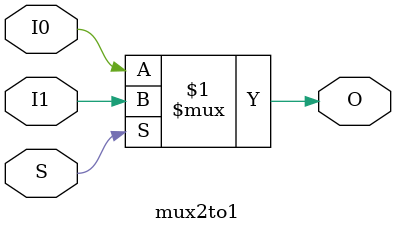
<source format=v>
module questwo (
  input S1,
  input S0,
  input D0,
  input D1,
  input I2,
  output Out
);

  wire m0_out;
  wire m1_out;

  // First 2:1 MUX
  mux2to1 m0 (.S(S0), .I0(D0), .I1(D1), .O(m0_out));

  // Second 2:1 MUX (use m0_out as input for clarity)
  mux2to1 m1 (.S(S1), .I0(m0_out), .I1(I2), .O(Out));

endmodule

// Definition for the 2:1 MUX (can be a separate module or included here)
module mux2to1 (
  input S,
  input I0,
  input I1,
  output O
);

  assign O = S ? I1 : I0;

endmodule

</source>
